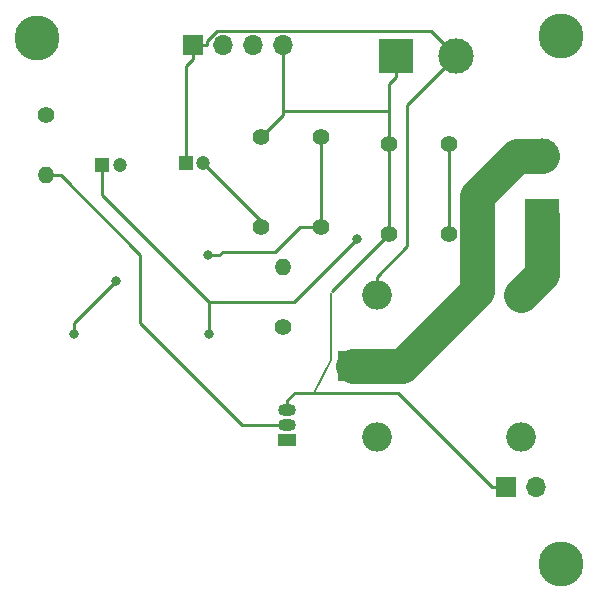
<source format=gbr>
%TF.GenerationSoftware,KiCad,Pcbnew,7.0.7*%
%TF.CreationDate,2024-06-16T14:46:00+02:00*%
%TF.ProjectId,Enchufe_inteligenteV2,456e6368-7566-4655-9f69-6e74656c6967,v1.1*%
%TF.SameCoordinates,Original*%
%TF.FileFunction,Copper,L2,Bot*%
%TF.FilePolarity,Positive*%
%FSLAX46Y46*%
G04 Gerber Fmt 4.6, Leading zero omitted, Abs format (unit mm)*
G04 Created by KiCad (PCBNEW 7.0.7) date 2024-06-16 14:46:00*
%MOMM*%
%LPD*%
G01*
G04 APERTURE LIST*
%TA.AperFunction,NonConductor*%
%ADD10C,0.200000*%
%TD*%
%TA.AperFunction,ComponentPad*%
%ADD11R,1.500000X1.050000*%
%TD*%
%TA.AperFunction,ComponentPad*%
%ADD12O,1.500000X1.050000*%
%TD*%
%TA.AperFunction,ComponentPad*%
%ADD13R,2.500000X2.500000*%
%TD*%
%TA.AperFunction,ComponentPad*%
%ADD14O,2.500000X2.500000*%
%TD*%
%TA.AperFunction,ComponentPad*%
%ADD15C,1.397000*%
%TD*%
%TA.AperFunction,ComponentPad*%
%ADD16C,3.800000*%
%TD*%
%TA.AperFunction,ComponentPad*%
%ADD17R,1.200000X1.200000*%
%TD*%
%TA.AperFunction,ComponentPad*%
%ADD18C,1.200000*%
%TD*%
%TA.AperFunction,ComponentPad*%
%ADD19C,1.400000*%
%TD*%
%TA.AperFunction,ComponentPad*%
%ADD20O,1.400000X1.400000*%
%TD*%
%TA.AperFunction,ComponentPad*%
%ADD21R,3.000000X3.000000*%
%TD*%
%TA.AperFunction,ComponentPad*%
%ADD22C,3.000000*%
%TD*%
%TA.AperFunction,ComponentPad*%
%ADD23R,1.700000X1.700000*%
%TD*%
%TA.AperFunction,ComponentPad*%
%ADD24O,1.700000X1.700000*%
%TD*%
%TA.AperFunction,ViaPad*%
%ADD25C,0.800000*%
%TD*%
%TA.AperFunction,Conductor*%
%ADD26C,0.250000*%
%TD*%
%TA.AperFunction,Conductor*%
%ADD27C,3.000000*%
%TD*%
G04 APERTURE END LIST*
D10*
X254720000Y-93100000D02*
X253270000Y-95850000D01*
X254720000Y-87420000D02*
X254720000Y-93100000D01*
D11*
%TO.P,NPN,1,C*%
%TO.N,Net-(Q1-C)*%
X251010000Y-99860000D03*
D12*
%TO.P,NPN,2,B*%
%TO.N,Net-(Q1-B)*%
X251010000Y-98590000D03*
%TO.P,NPN,3,E*%
%TO.N,GND*%
X251010000Y-97320000D03*
%TD*%
D13*
%TO.P,Rele,1*%
%TO.N,Net-(Entrada1-Pin_2)*%
X256610000Y-93575000D03*
D14*
%TO.P,Rele,2*%
%TO.N,Net-(Q1-C)*%
X258610000Y-99575000D03*
%TO.P,Rele,3*%
%TO.N,unconnected-(Rele1-Pad3)*%
X270810000Y-99575000D03*
%TO.P,Rele,4*%
%TO.N,Net-(Entrada1-Pin_1)*%
X270810000Y-87575000D03*
%TO.P,Rele,5*%
%TO.N,+5V*%
X258610000Y-87575000D03*
%TD*%
D15*
%TO.P,Reset,1,Pin_1*%
%TO.N,GND*%
X259610000Y-82440000D03*
X259610000Y-74820000D03*
%TO.P,Reset,2,Pin_2*%
%TO.N,+3V3*%
X264690000Y-82440000D03*
X264690000Y-74820000D03*
%TD*%
D16*
%TO.P,REF\u002A\u002A1,1*%
%TO.N,N/C*%
X274230000Y-65660000D03*
%TD*%
D17*
%TO.P,C2,1*%
%TO.N,+3V3*%
X235370000Y-76540000D03*
D18*
%TO.P,C2,2*%
%TO.N,GND*%
X236870000Y-76540000D03*
%TD*%
D19*
%TO.P,RNPN,1*%
%TO.N,rele*%
X230620000Y-72360000D03*
D20*
%TO.P,RNPN,2*%
%TO.N,Net-(Q1-B)*%
X230620000Y-77440000D03*
%TD*%
D16*
%TO.P,REF\u002A\u002A2,1*%
%TO.N,N/C*%
X229820000Y-65790000D03*
%TD*%
%TO.P,REF\u002A\u002A,1*%
%TO.N,N/C*%
X274200000Y-110360000D03*
%TD*%
D15*
%TO.P,Boot,1,Pin_1*%
%TO.N,unconnected-(Boot1-Pin_1-Pad1)*%
X253900000Y-74220000D03*
X253900000Y-81840000D03*
%TO.P,Boot,2,Pin_2*%
%TO.N,GND*%
X248820000Y-74220000D03*
X248820000Y-81840000D03*
%TD*%
D21*
%TO.P,Entrada,1,Pin_1*%
%TO.N,Net-(Entrada1-Pin_1)*%
X272570000Y-80910000D03*
D22*
%TO.P,Entrada,2,Pin_2*%
%TO.N,Net-(Entrada1-Pin_2)*%
X272570000Y-75830000D03*
%TD*%
D23*
%TO.P,LP,1,Pin_1*%
%TO.N,GND*%
X269525000Y-103780000D03*
D24*
%TO.P,LP,2,Pin_2*%
%TO.N,Net-(LP1-Pin_2)*%
X272065000Y-103780000D03*
%TD*%
D17*
%TO.P,C1,1*%
%TO.N,+5V*%
X242430000Y-76420000D03*
D18*
%TO.P,C1,2*%
%TO.N,GND*%
X243930000Y-76420000D03*
%TD*%
D21*
%TO.P,Alimentacion5V,1,Pin_1*%
%TO.N,GND*%
X260220000Y-67300000D03*
D22*
%TO.P,Alimentacion5V,2,Pin_2*%
%TO.N,+5V*%
X265300000Y-67300000D03*
%TD*%
D23*
%TO.P,Uart,1,Pin_1*%
%TO.N,+5V*%
X243070000Y-66400000D03*
D24*
%TO.P,Uart,2,Pin_2*%
%TO.N,Net-(U1-TXD0)*%
X245610000Y-66400000D03*
%TO.P,Uart,3,Pin_3*%
%TO.N,Net-(U1-RXD0)*%
X248150000Y-66400000D03*
%TO.P,Uart,4,Pin_4*%
%TO.N,GND*%
X250690000Y-66400000D03*
%TD*%
D19*
%TO.P,R1,1*%
%TO.N,Net-(LP1-Pin_2)*%
X250640000Y-90300000D03*
D20*
%TO.P,R1,2*%
%TO.N,Net-(U1-IO17)*%
X250640000Y-85220000D03*
%TD*%
D25*
%TO.N,+3V3*%
X256930000Y-82830000D03*
X244400000Y-90840000D03*
%TO.N,unconnected-(Boot1-Pin_1-Pad1)*%
X244310000Y-84210000D03*
X232940000Y-90840000D03*
X236510000Y-86380000D03*
%TD*%
D26*
%TO.N,GND*%
X259610000Y-82440000D02*
X254784800Y-87265200D01*
X269525000Y-103780000D02*
X268349900Y-103780000D01*
X260392400Y-95822500D02*
X268349900Y-103780000D01*
X250690000Y-71953000D02*
X250690000Y-72350000D01*
X251010000Y-97320000D02*
X251010000Y-96469900D01*
X259610000Y-69735100D02*
X259610000Y-71953000D01*
X254784800Y-95822500D02*
X260392400Y-95822500D01*
X243930000Y-76420000D02*
X248820000Y-81310000D01*
X251010000Y-96469900D02*
X251657400Y-95822500D01*
X250690000Y-71953000D02*
X259610000Y-71953000D01*
X259610000Y-71953000D02*
X259610000Y-74820000D01*
X260220000Y-69125100D02*
X259610000Y-69735100D01*
X251657400Y-95822500D02*
X254784800Y-95822500D01*
X250690000Y-66400000D02*
X250690000Y-71953000D01*
X250690000Y-72350000D02*
X248820000Y-74220000D01*
X248820000Y-81310000D02*
X248820000Y-81840000D01*
X259610000Y-74820000D02*
X259610000Y-82440000D01*
X260220000Y-67300000D02*
X260220000Y-69125100D01*
%TO.N,+5V*%
X243150000Y-66400000D02*
X243070000Y-66400000D01*
X244245100Y-66400000D02*
X244245100Y-66032800D01*
X245062400Y-65215500D02*
X263215500Y-65215500D01*
X244245100Y-66032800D02*
X245062400Y-65215500D01*
X243150000Y-66400000D02*
X244245100Y-66400000D01*
X243070000Y-66400000D02*
X243070000Y-67575100D01*
X242430000Y-68215100D02*
X242430000Y-76420000D01*
X258610000Y-87575000D02*
X258610000Y-85999900D01*
X265300000Y-67300000D02*
X261158000Y-71442000D01*
X243070000Y-67575100D02*
X242430000Y-68215100D01*
X263215500Y-65215500D02*
X265300000Y-67300000D01*
X261158000Y-71442000D02*
X261158000Y-83451900D01*
X261158000Y-83451900D02*
X258610000Y-85999900D01*
%TO.N,+3V3*%
X235370000Y-79121800D02*
X244400000Y-88151800D01*
X264690000Y-74820000D02*
X264690000Y-82440000D01*
X235370000Y-76540000D02*
X235370000Y-79121800D01*
X244400000Y-88151800D02*
X251608200Y-88151800D01*
X244400000Y-90840000D02*
X244400000Y-88151800D01*
X251608200Y-88151800D02*
X256930000Y-82830000D01*
%TO.N,unconnected-(Boot1-Pin_1-Pad1)*%
X250010305Y-83909695D02*
X252080000Y-81840000D01*
X245570305Y-83909695D02*
X250010305Y-83909695D01*
X253900000Y-81840000D02*
X253900000Y-74220000D01*
X232940000Y-89950000D02*
X236510000Y-86380000D01*
X232940000Y-90840000D02*
X232940000Y-89950000D01*
X252080000Y-81840000D02*
X253900000Y-81840000D01*
X244310000Y-84210000D02*
X245270000Y-84210000D01*
X245270000Y-84210000D02*
X245570305Y-83909695D01*
D27*
%TO.N,Net-(Entrada1-Pin_1)*%
X272570000Y-85815100D02*
X271690000Y-86695100D01*
X272570000Y-80910000D02*
X272570000Y-85815100D01*
D26*
X271690000Y-86695100D02*
X271689900Y-86695100D01*
X271689900Y-86695100D02*
X270810000Y-87575000D01*
D27*
X271690000Y-86695100D02*
X270810000Y-87575100D01*
%TO.N,Net-(Entrada1-Pin_2)*%
X267080000Y-87240000D02*
X267080000Y-79198680D01*
X267080000Y-79198680D02*
X270448680Y-75830000D01*
X260745000Y-93575100D02*
X267080000Y-87240000D01*
D26*
X256610100Y-93575100D02*
X256610000Y-93575000D01*
D27*
X256610100Y-93575100D02*
X256610000Y-93575100D01*
X256610100Y-93575100D02*
X260745000Y-93575100D01*
X270448680Y-75830000D02*
X272570000Y-75830000D01*
D26*
%TO.N,Net-(Q1-B)*%
X238540000Y-89960000D02*
X238540000Y-84140000D01*
X238540000Y-84140000D02*
X231840000Y-77440000D01*
X247170000Y-98590000D02*
X238540000Y-89960000D01*
X251010000Y-98590000D02*
X247170000Y-98590000D01*
X231840000Y-77440000D02*
X230620000Y-77440000D01*
%TD*%
M02*

</source>
